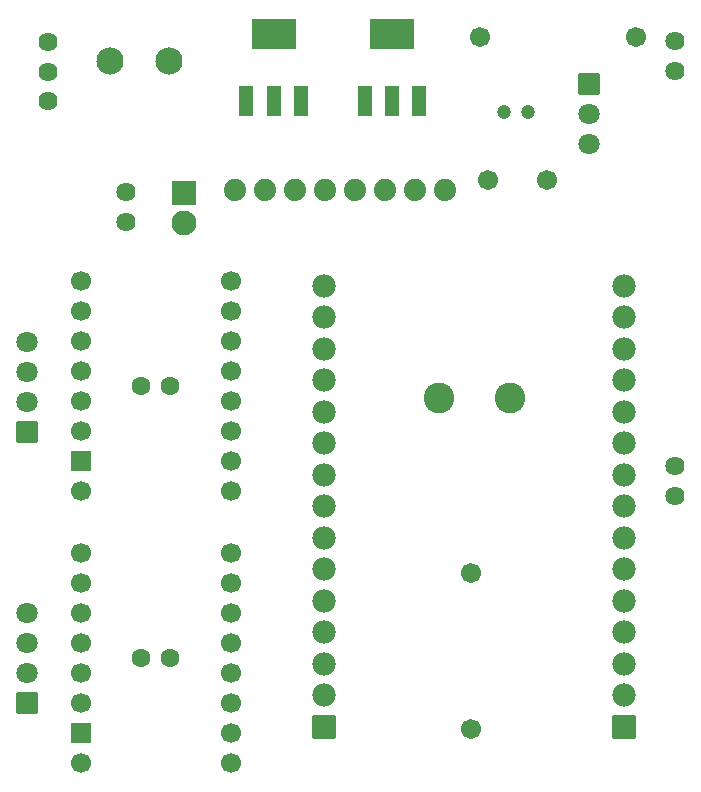
<source format=gts>
G04 Layer: TopSolderMaskLayer*
G04 EasyEDA v6.5.50, 2025-06-12 12:21:42*
G04 5a30a698f2604c48907cf2a2958ab60a,01d3e6036b464142aa991e197958fd7d,10*
G04 Gerber Generator version 0.2*
G04 Scale: 100 percent, Rotated: No, Reflected: No *
G04 Dimensions in millimeters *
G04 leading zeros omitted , absolute positions ,4 integer and 5 decimal *
%FSLAX45Y45*%
%MOMM*%

%AMMACRO1*4,1,8,-0.8711,-0.9008,-0.9008,-0.8708,-0.9008,0.8711,-0.8711,0.9008,0.8708,0.9008,0.9008,0.8711,0.9008,-0.8708,0.8708,-0.9008,-0.8711,-0.9008,0*%
%AMMACRO2*4,1,8,-1.0211,-1.0508,-1.0508,-1.0208,-1.0508,1.0211,-1.0211,1.0508,1.0208,1.0508,1.0508,1.0211,1.0508,-1.0208,1.0208,-1.0508,-1.0211,-1.0508,0*%
%AMMACRO3*4,1,8,-0.8208,-0.8501,-0.85,-0.8207,-0.85,0.8209,-0.8208,0.8501,0.8205,0.8501,0.85,0.8209,0.85,-0.8207,0.8205,-0.8501,-0.8208,-0.8501,0*%
%AMMACRO4*4,1,8,-0.9312,-0.9906,-0.9906,-0.9309,-0.9906,0.9312,-0.9312,0.9906,0.9309,0.9906,0.9906,0.9312,0.9906,-0.9309,0.9309,-0.9906,-0.9312,-0.9906,0*%
%AMMACRO5*4,1,8,-0.5461,-1.2832,-0.5758,-1.2532,-0.5758,1.2535,-0.5461,1.2832,0.5458,1.2832,0.5758,1.2535,0.5758,-1.2532,0.5458,-1.2832,-0.5461,-1.2832,0*%
%AMMACRO6*4,1,8,-1.7911,-1.2832,-1.8208,-1.2532,-1.8208,1.2535,-1.7911,1.2832,1.7908,1.2832,1.8208,1.2535,1.8208,-1.2532,1.7908,-1.2832,-1.7911,-1.2832,0*%
%ADD10C,2.6000*%
%ADD11C,1.6000*%
%ADD12C,1.2000*%
%ADD13C,1.7016*%
%ADD14MACRO1*%
%ADD15C,1.8016*%
%ADD16MACRO2*%
%ADD17C,2.1016*%
%ADD18C,1.7000*%
%ADD19MACRO3*%
%ADD20C,1.9812*%
%ADD21MACRO4*%
%ADD22C,1.8796*%
%ADD23MACRO5*%
%ADD24MACRO6*%
%ADD25C,1.6256*%
%ADD26C,1.6240*%
%ADD27C,2.3016*%
%ADD28C,0.0182*%

%LPD*%
D10*
G01*
X5499988Y3699992D03*
G01*
X4899990Y3699992D03*
D11*
G01*
X2624988Y3799992D03*
G01*
X2375001Y3799992D03*
G01*
X2624988Y1499996D03*
G01*
X2375001Y1499996D03*
D12*
G01*
X5649899Y6121400D03*
G01*
X5449900Y6121400D03*
D13*
G01*
X5312613Y5549900D03*
G01*
X5812612Y5549900D03*
D14*
G01*
X1414614Y3416287D03*
D15*
G01*
X1414602Y3670300D03*
G01*
X1414602Y3924300D03*
G01*
X1414602Y4178300D03*
D14*
G01*
X1414614Y1116291D03*
D15*
G01*
X1414602Y1370304D03*
G01*
X1414602Y1624304D03*
G01*
X1414602Y1878304D03*
D14*
G01*
X6172212Y6362687D03*
D15*
G01*
X6172200Y6108700D03*
G01*
X6172200Y5854700D03*
D16*
G01*
X2743200Y5435600D03*
D17*
G01*
X2743200Y5181600D03*
D13*
G01*
X5245506Y6756400D03*
G01*
X6565493Y6756400D03*
G01*
X5168900Y2222093D03*
G01*
X5168900Y902106D03*
D18*
G01*
X3134995Y4688992D03*
G01*
X3134995Y4434992D03*
G01*
X3134995Y4180992D03*
G01*
X3134995Y3926992D03*
G01*
X3134995Y3672992D03*
G01*
X3134995Y3418992D03*
G01*
X3134995Y3164992D03*
G01*
X3134995Y2910992D03*
G01*
X1864995Y4688992D03*
G01*
X1864995Y4434992D03*
G01*
X1864995Y4180992D03*
G01*
X1864995Y3926992D03*
G01*
X1864995Y3672992D03*
G01*
X1864995Y3418992D03*
D19*
G01*
X1865007Y3164992D03*
D18*
G01*
X1864995Y2910992D03*
G01*
X3134995Y2388996D03*
G01*
X3134995Y2134996D03*
G01*
X3134995Y1880996D03*
G01*
X3134995Y1626996D03*
G01*
X3134995Y1372996D03*
G01*
X3134995Y1118996D03*
G01*
X3134995Y864996D03*
G01*
X3134995Y610996D03*
G01*
X1864995Y2388996D03*
G01*
X1864995Y2134996D03*
G01*
X1864995Y1880996D03*
G01*
X1864995Y1626996D03*
G01*
X1864995Y1372996D03*
G01*
X1864995Y1118996D03*
D19*
G01*
X1865007Y864997D03*
D18*
G01*
X1864995Y610996D03*
D20*
G01*
X3922064Y4651527D03*
G01*
X3922064Y4384827D03*
G01*
X3922064Y4118127D03*
G01*
X3922064Y3851427D03*
G01*
X3922064Y3584727D03*
G01*
X3922064Y3318027D03*
G01*
X3922064Y3051327D03*
G01*
X3922064Y2784627D03*
G01*
X3922064Y2517927D03*
G01*
X3922064Y2251227D03*
G01*
X3922064Y1984527D03*
G01*
X3922064Y1717827D03*
G01*
X3922064Y1451127D03*
G01*
X3922064Y1184427D03*
D21*
G01*
X3922064Y917702D03*
G01*
X6462064Y917702D03*
D20*
G01*
X6462064Y1184402D03*
G01*
X6462064Y1451102D03*
G01*
X6462064Y1717802D03*
G01*
X6462064Y1984502D03*
G01*
X6462064Y2251202D03*
G01*
X6462064Y2517902D03*
G01*
X6462064Y2784602D03*
G01*
X6462064Y3051302D03*
G01*
X6462064Y3318002D03*
G01*
X6462064Y3584702D03*
G01*
X6462064Y3851402D03*
G01*
X6462064Y4118102D03*
G01*
X6462064Y4384802D03*
G01*
X6462064Y4651502D03*
D22*
G01*
X3937000Y5461000D03*
G01*
X4191000Y5461000D03*
G01*
X3683000Y5461000D03*
G01*
X3429000Y5461000D03*
G01*
X3175000Y5461000D03*
G01*
X4445000Y5461000D03*
G01*
X4699000Y5461000D03*
G01*
X4953000Y5461000D03*
D23*
G01*
X3269995Y6215837D03*
G01*
X3499993Y6215837D03*
G01*
X3729989Y6215837D03*
D24*
G01*
X3500005Y6787337D03*
D23*
G01*
X4269994Y6215837D03*
G01*
X4499990Y6215837D03*
G01*
X4729988Y6215837D03*
D24*
G01*
X4500003Y6787337D03*
D25*
G01*
X6899986Y6726986D03*
G01*
X6899986Y6472986D03*
G01*
X6899986Y3126994D03*
G01*
X6899986Y2872994D03*
G01*
X2247900Y5448300D03*
G01*
X2247900Y5194300D03*
D26*
G01*
X1587500Y6214287D03*
G01*
X1587500Y6464300D03*
G01*
X1587500Y6714286D03*
D27*
G01*
X2612186Y6553200D03*
G01*
X2112213Y6553200D03*
M02*

</source>
